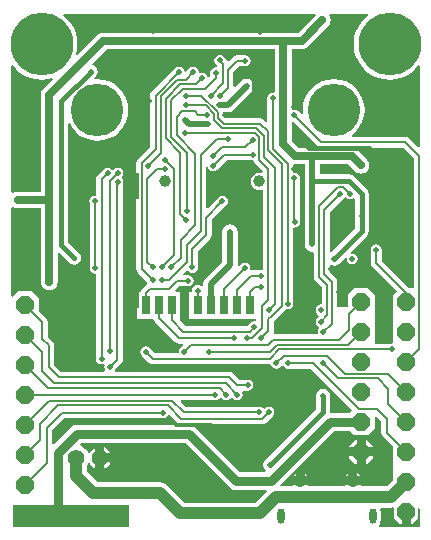
<source format=gbl>
G04*
G04 #@! TF.GenerationSoftware,Altium Limited,Altium Designer,19.1.8 (144)*
G04*
G04 Layer_Physical_Order=2*
G04 Layer_Color=16711680*
%FSLAX25Y25*%
%MOIN*%
G70*
G01*
G75*
%ADD10C,0.00600*%
%ADD77C,0.02000*%
%ADD78C,0.01500*%
%ADD79C,0.03000*%
%ADD80C,0.01200*%
%ADD81C,0.01000*%
%ADD82C,0.02500*%
%ADD86O,0.02362X0.05118*%
%ADD87O,0.03347X0.04134*%
%ADD88P,0.06494X8X22.5*%
%ADD89C,0.05600*%
%ADD90C,0.17500*%
%ADD91C,0.20866*%
%ADD92C,0.02000*%
%ADD93C,0.03937*%
%ADD94R,0.06299X0.05512*%
%ADD95R,0.04724X0.08661*%
%ADD96R,0.02756X0.06299*%
%ADD97R,0.04724X0.05512*%
%ADD98C,0.04000*%
%ADD99R,0.38700X0.07200*%
G36*
X103347Y172569D02*
X97551Y166774D01*
X32500D01*
X31782Y166679D01*
X31113Y166402D01*
X30539Y165961D01*
X23905Y159327D01*
X23451Y159581D01*
X23823Y161127D01*
X23970Y163000D01*
X23823Y164873D01*
X23384Y166699D01*
X22665Y168434D01*
X21684Y170036D01*
X20464Y171464D01*
X19170Y172569D01*
X19345Y173069D01*
X103139D01*
X103347Y172569D01*
D02*
G37*
G36*
X89826Y147201D02*
X89326Y146790D01*
X89100Y146835D01*
X88398Y146696D01*
X87802Y146298D01*
X87404Y145702D01*
X87265Y145000D01*
Y137184D01*
X86803Y136993D01*
X86098Y137698D01*
X85502Y138096D01*
X84800Y138235D01*
X73460D01*
X72635Y139060D01*
Y140151D01*
X74135D01*
X75111Y140345D01*
X75937Y140898D01*
X82137Y147098D01*
X82690Y147924D01*
X82884Y148900D01*
X82690Y149875D01*
X82137Y150702D01*
X81310Y151255D01*
X80335Y151449D01*
X79360Y151255D01*
X78533Y150702D01*
X76435Y148605D01*
X75935Y148812D01*
Y153540D01*
X77910Y155515D01*
X79878D01*
X80581Y155655D01*
X81176Y156052D01*
X81574Y156648D01*
X81713Y157350D01*
X81574Y158053D01*
X81176Y158648D01*
X80581Y159046D01*
X79878Y159186D01*
X77150D01*
X76448Y159046D01*
X75853Y158648D01*
X74530Y157325D01*
X74032Y157374D01*
X73898Y157576D01*
X72676Y158798D01*
X72080Y159196D01*
X71378Y159335D01*
X70676Y159196D01*
X70080Y158798D01*
X69682Y158202D01*
X69543Y157500D01*
X69682Y156798D01*
X70080Y156202D01*
X70448Y155834D01*
X70417Y155637D01*
X70000Y155235D01*
X69298Y155096D01*
X68702Y154698D01*
X68304Y154102D01*
X68165Y153400D01*
Y152292D01*
X67748Y151875D01*
X67205Y152040D01*
X67168Y152230D01*
X66770Y152826D01*
X66174Y153224D01*
X65472Y153363D01*
X64770Y153224D01*
X64320Y153525D01*
X64335Y153600D01*
X64196Y154302D01*
X63798Y154898D01*
X63202Y155296D01*
X62500Y155435D01*
X61798Y155296D01*
X61202Y154898D01*
X60105Y153801D01*
X59563Y153965D01*
X59496Y154302D01*
X59098Y154898D01*
X58502Y155296D01*
X57800Y155435D01*
X57098Y155296D01*
X56502Y154898D01*
X48702Y147098D01*
X48304Y146502D01*
X48165Y145800D01*
Y128660D01*
X44102Y124598D01*
X43704Y124002D01*
X43565Y123300D01*
Y87900D01*
X43704Y87198D01*
X44102Y86602D01*
X47216Y83489D01*
X47232Y83387D01*
X47120Y82877D01*
X46702Y82598D01*
X45415Y81310D01*
X45017Y80715D01*
X44968Y80468D01*
X43835D01*
Y71169D01*
X49285D01*
X49348Y70854D01*
X49746Y70259D01*
X56402Y63602D01*
X56998Y63204D01*
X57700Y63065D01*
X59016D01*
X59207Y62603D01*
X58302Y61698D01*
X57904Y61102D01*
X57765Y60400D01*
X57800Y60222D01*
X57483Y59835D01*
X49960D01*
X48098Y61698D01*
X47502Y62096D01*
X46800Y62235D01*
X46098Y62096D01*
X45502Y61698D01*
X45104Y61102D01*
X44965Y60400D01*
X45104Y59698D01*
X45502Y59102D01*
X47902Y56702D01*
X48498Y56304D01*
X49200Y56165D01*
X88000D01*
X88146Y56194D01*
X88604Y55898D01*
X89002Y55302D01*
X89597Y54904D01*
X90300Y54765D01*
X91002Y54904D01*
X91597Y55302D01*
X92076Y55781D01*
X92221Y55806D01*
X92683Y55680D01*
X93002Y55202D01*
X93598Y54804D01*
X94300Y54665D01*
X101840D01*
X115627Y40877D01*
X114776Y40026D01*
X108630D01*
X108225Y40374D01*
X108194Y40516D01*
Y45800D01*
X108019Y46678D01*
X107522Y47422D01*
X106778Y47919D01*
X105900Y48094D01*
X105022Y47919D01*
X104278Y47422D01*
X103780Y46678D01*
X103606Y45800D01*
Y41350D01*
X86478Y24222D01*
X85981Y23478D01*
X85806Y22600D01*
X85981Y21722D01*
X86478Y20978D01*
X86705Y20826D01*
X86554Y20326D01*
X78053D01*
X63340Y35040D01*
X62713Y35520D01*
X62365Y35665D01*
X62464Y36165D01*
X85502D01*
X86204Y36304D01*
X86799Y36702D01*
X89014Y38917D01*
X89412Y39513D01*
X89552Y40215D01*
X89412Y40917D01*
X89014Y41513D01*
X88419Y41910D01*
X87717Y42050D01*
X87014Y41910D01*
X86419Y41513D01*
X86374Y41468D01*
X85922Y41513D01*
X85326Y41910D01*
X84624Y42050D01*
X60096D01*
X58444Y43703D01*
X58635Y44165D01*
X69800D01*
X70502Y44304D01*
X71098Y44702D01*
X71198Y44802D01*
X71344Y45020D01*
X71987Y45084D01*
X72269Y44802D01*
X72864Y44404D01*
X73567Y44265D01*
X74269Y44404D01*
X74864Y44802D01*
X75010Y45020D01*
X75654Y45084D01*
X75936Y44802D01*
X76531Y44404D01*
X77233Y44265D01*
X77936Y44404D01*
X78531Y44802D01*
X78929Y45398D01*
X79069Y46100D01*
X78929Y46802D01*
X78820Y46965D01*
X79088Y47465D01*
X80800D01*
X81502Y47604D01*
X82098Y48002D01*
X82496Y48598D01*
X82635Y49300D01*
X82496Y50002D01*
X82098Y50598D01*
X81502Y50996D01*
X80800Y51135D01*
X77960D01*
X75898Y53198D01*
X75302Y53596D01*
X74600Y53735D01*
X36538D01*
X36331Y54235D01*
X38598Y56502D01*
X38996Y57098D01*
X39135Y57800D01*
Y116397D01*
X39235Y116900D01*
X39096Y117602D01*
X38698Y118198D01*
X38662Y118566D01*
X38698Y118602D01*
X39096Y119198D01*
X39235Y119900D01*
X39096Y120602D01*
X38698Y121198D01*
X38102Y121596D01*
X37400Y121735D01*
X36698Y121596D01*
X36102Y121198D01*
X35899Y120994D01*
X35401Y121043D01*
X35298Y121198D01*
X34702Y121596D01*
X34000Y121735D01*
X33298Y121596D01*
X32702Y121198D01*
X30702Y119198D01*
X30304Y118602D01*
X30165Y117900D01*
Y112737D01*
X29778Y112420D01*
X29700Y112435D01*
X28998Y112296D01*
X28402Y111898D01*
X28004Y111302D01*
X27865Y110600D01*
X28004Y109898D01*
X28065Y109807D01*
Y88200D01*
X28204Y87498D01*
X28602Y86902D01*
X29198Y86504D01*
X29900Y86365D01*
X30165Y86147D01*
Y58000D01*
X30304Y57298D01*
X30702Y56702D01*
X31298Y56304D01*
X32000Y56165D01*
X32667Y56297D01*
X32768Y56219D01*
X33008Y55907D01*
X33004Y55902D01*
X32865Y55200D01*
X33004Y54498D01*
X33180Y54235D01*
X32912Y53735D01*
X18460D01*
X16235Y55960D01*
Y62500D01*
X16096Y63202D01*
X15698Y63798D01*
X14035Y65460D01*
Y70300D01*
X13896Y71002D01*
X13498Y71598D01*
X11000Y74095D01*
Y78250D01*
X8750Y80500D01*
X4250D01*
X2431Y78681D01*
X1931Y78888D01*
Y108470D01*
X2431Y108717D01*
X2601Y108586D01*
X3270Y108309D01*
X3988Y108214D01*
X11826D01*
Y83600D01*
X11921Y82882D01*
X12198Y82213D01*
X12639Y81639D01*
X13213Y81198D01*
X13882Y80921D01*
X14600Y80826D01*
X15318Y80921D01*
X15987Y81198D01*
X16561Y81639D01*
X17002Y82213D01*
X17279Y82882D01*
X17374Y83600D01*
Y93329D01*
X17836Y93520D01*
X21278Y90078D01*
X22022Y89581D01*
X22900Y89406D01*
X23778Y89581D01*
X24522Y90078D01*
X25019Y90822D01*
X25194Y91700D01*
X25019Y92578D01*
X24522Y93322D01*
X20894Y96950D01*
Y136410D01*
X21394Y136535D01*
X22066Y135278D01*
X23347Y133717D01*
X24908Y132436D01*
X26689Y131484D01*
X28621Y130898D01*
X30630Y130700D01*
X32639Y130898D01*
X34571Y131484D01*
X36352Y132436D01*
X37913Y133717D01*
X39194Y135278D01*
X40146Y137058D01*
X40732Y138991D01*
X40930Y141000D01*
X40732Y143009D01*
X40146Y144941D01*
X39194Y146722D01*
X37913Y148283D01*
X36352Y149564D01*
X34571Y150516D01*
X32639Y151102D01*
X30630Y151300D01*
X29831Y151221D01*
X29617Y151673D01*
X30122Y152178D01*
X30619Y152922D01*
X30794Y153800D01*
X30619Y154678D01*
X30122Y155422D01*
X29378Y155920D01*
X29034Y155988D01*
X28889Y156466D01*
X33649Y161226D01*
X89826D01*
Y147201D01*
D02*
G37*
G36*
X120830Y172569D02*
X119536Y171464D01*
X118316Y170036D01*
X117335Y168434D01*
X116616Y166699D01*
X116177Y164873D01*
X116030Y163000D01*
X116177Y161127D01*
X116616Y159301D01*
X117335Y157566D01*
X118316Y155964D01*
X119536Y154536D01*
X120964Y153316D01*
X122566Y152335D01*
X124301Y151616D01*
X126128Y151177D01*
X128000Y151030D01*
X129873Y151177D01*
X131699Y151616D01*
X133434Y152335D01*
X135036Y153316D01*
X136464Y154536D01*
X137569Y155830D01*
X138069Y155655D01*
Y128779D01*
X137607Y128588D01*
X134598Y131598D01*
X134002Y131996D01*
X133300Y132135D01*
X115514D01*
X115335Y132635D01*
X116653Y133717D01*
X117934Y135278D01*
X118886Y137058D01*
X119472Y138991D01*
X119670Y141000D01*
X119472Y143009D01*
X118886Y144941D01*
X117934Y146722D01*
X116653Y148283D01*
X115092Y149564D01*
X113312Y150516D01*
X111379Y151102D01*
X109370Y151300D01*
X107361Y151102D01*
X105429Y150516D01*
X103648Y149564D01*
X102087Y148283D01*
X100806Y146722D01*
X99854Y144941D01*
X99268Y143009D01*
X99070Y141000D01*
X99198Y139705D01*
X98718Y139478D01*
X97598Y140598D01*
X97002Y140996D01*
X96300Y141135D01*
X95874Y141051D01*
X95477Y141286D01*
X95374Y141402D01*
Y161226D01*
X98700D01*
X99418Y161321D01*
X100087Y161598D01*
X100661Y162039D01*
X107567Y168944D01*
X108008Y169519D01*
X108285Y170188D01*
X108379Y170905D01*
X108285Y171623D01*
X108008Y172292D01*
X107795Y172569D01*
X108042Y173069D01*
X120655D01*
X120830Y172569D01*
D02*
G37*
G36*
X104002Y129002D02*
X104195Y128873D01*
X104043Y128373D01*
X97645D01*
X95374Y130645D01*
Y136978D01*
X95836Y137169D01*
X104002Y129002D01*
D02*
G37*
G36*
X82758Y123832D02*
X82804Y123598D01*
X83202Y123002D01*
X85658Y120547D01*
X85632Y120161D01*
X85508Y120066D01*
X85186Y119860D01*
X84508Y119949D01*
X83785Y119854D01*
X83112Y119575D01*
X82533Y119131D01*
X82090Y118553D01*
X81811Y117879D01*
X81716Y117157D01*
X81811Y116434D01*
X82090Y115761D01*
X82533Y115182D01*
X83112Y114738D01*
X83785Y114460D01*
X84508Y114364D01*
X85231Y114460D01*
X85325Y114499D01*
X85741Y114221D01*
Y87802D01*
X85355Y87485D01*
X85100Y87535D01*
X81993D01*
X81937Y87557D01*
X81596Y87954D01*
X81580Y88021D01*
X81635Y88300D01*
X81496Y89002D01*
X81098Y89598D01*
X80502Y89996D01*
X79800Y90135D01*
X79098Y89996D01*
X78502Y89598D01*
X77773Y88868D01*
X77312Y89115D01*
X77349Y89300D01*
Y100400D01*
X77155Y101375D01*
X76602Y102202D01*
X75775Y102755D01*
X74800Y102949D01*
X73825Y102755D01*
X72998Y102202D01*
X72445Y101375D01*
X72251Y100400D01*
Y90356D01*
X66564Y84668D01*
X66011Y83842D01*
X65817Y82866D01*
Y82320D01*
X65317Y82169D01*
X65298Y82198D01*
X64702Y82596D01*
X64000Y82735D01*
X63298Y82596D01*
X62702Y82198D01*
X62304Y81602D01*
X62165Y80900D01*
Y80468D01*
X61157D01*
Y71169D01*
X83367D01*
X83462Y70886D01*
X83068Y70502D01*
X82900Y70535D01*
X82198Y70396D01*
X81602Y69998D01*
X81293Y69535D01*
X80627Y68869D01*
X60027D01*
X58098Y70797D01*
X58252Y71169D01*
X58252D01*
Y80468D01*
X56816D01*
X56625Y80930D01*
X57960Y82265D01*
X60900D01*
X61602Y82404D01*
X62198Y82802D01*
X62596Y83398D01*
X62735Y84100D01*
X62596Y84802D01*
X62198Y85398D01*
X61602Y85796D01*
X60900Y85935D01*
X59484D01*
X59293Y86397D01*
X60361Y87466D01*
X60859Y87417D01*
X61002Y87202D01*
X61598Y86804D01*
X62300Y86665D01*
X63002Y86804D01*
X63598Y87202D01*
X63996Y87798D01*
X64135Y88500D01*
Y93940D01*
X68198Y98002D01*
X68596Y98598D01*
X68735Y99300D01*
Y104340D01*
X73598Y109202D01*
X73996Y109798D01*
X74135Y110500D01*
X73996Y111202D01*
X73598Y111798D01*
X73002Y112196D01*
X72300Y112335D01*
X71598Y112196D01*
X71002Y111798D01*
X67397Y108193D01*
X66935Y108384D01*
Y121996D01*
X67435Y122046D01*
X67504Y121698D01*
X67902Y121102D01*
X68498Y120704D01*
X69200Y120565D01*
X69902Y120704D01*
X70498Y121102D01*
X73660Y124265D01*
X82400D01*
X82758Y123832D01*
D02*
G37*
G36*
X136065Y124940D02*
Y81630D01*
X135750Y81500D01*
X134596D01*
X125335Y90760D01*
Y94400D01*
X125196Y95102D01*
X124798Y95698D01*
X124202Y96096D01*
X123500Y96235D01*
X122798Y96096D01*
X122202Y95698D01*
X121804Y95102D01*
X121665Y94400D01*
Y90000D01*
X121804Y89298D01*
X122202Y88702D01*
X130327Y80577D01*
X129000Y79250D01*
Y74750D01*
Y69250D01*
Y63481D01*
X128800Y63035D01*
X123000D01*
Y74750D01*
Y79250D01*
X120750Y81500D01*
X116250D01*
X114000Y79250D01*
Y75300D01*
X110561D01*
Y83774D01*
X110422Y84476D01*
X110024Y85072D01*
X108135Y86960D01*
Y89142D01*
X108576Y89378D01*
X108722Y89281D01*
X109600Y89106D01*
X110478Y89281D01*
X111222Y89778D01*
X113344Y91900D01*
X113805Y91653D01*
X113740Y91325D01*
X113879Y90623D01*
X114277Y90027D01*
X114873Y89630D01*
X115575Y89490D01*
X116277Y89630D01*
X116873Y90027D01*
X117270Y90623D01*
X117410Y91325D01*
X117270Y92027D01*
X116873Y92623D01*
X116277Y93021D01*
X115575Y93160D01*
X115247Y93095D01*
X115000Y93556D01*
X120347Y98902D01*
X120844Y99647D01*
X121019Y100524D01*
Y105476D01*
Y113076D01*
X120844Y113953D01*
X120347Y114698D01*
X116222Y118822D01*
X115478Y119319D01*
X114600Y119494D01*
X104749D01*
Y122826D01*
X114251D01*
X116539Y120539D01*
X117113Y120098D01*
X117782Y119821D01*
X118500Y119726D01*
X119218Y119821D01*
X119887Y120098D01*
X120461Y120539D01*
X120902Y121113D01*
X121179Y121782D01*
X121274Y122500D01*
X121179Y123218D01*
X120902Y123887D01*
X120461Y124461D01*
X117362Y127561D01*
X116835Y127965D01*
X116838Y128127D01*
X116976Y128465D01*
X132540D01*
X136065Y124940D01*
D02*
G37*
G36*
X3536Y154536D02*
X4964Y153316D01*
X6566Y152335D01*
X8301Y151616D01*
X10127Y151177D01*
X12000Y151030D01*
X13872Y151177D01*
X15419Y151549D01*
X15673Y151095D01*
X12639Y148061D01*
X12198Y147487D01*
X11921Y146818D01*
X11826Y146100D01*
Y113762D01*
X3988D01*
X3270Y113667D01*
X2601Y113390D01*
X2431Y113259D01*
X1931Y113506D01*
Y155655D01*
X2431Y155830D01*
X3536Y154536D01*
D02*
G37*
G36*
X113502Y111702D02*
X114098Y111304D01*
X114800Y111165D01*
X115502Y111304D01*
X115930Y111590D01*
X116430Y111369D01*
Y105476D01*
Y101475D01*
X108597Y93642D01*
X108135Y93833D01*
Y106990D01*
X112873Y111727D01*
X112896Y111762D01*
X113393Y111811D01*
X113502Y111702D01*
D02*
G37*
G36*
X96496Y122826D02*
X99651D01*
Y116700D01*
Y96300D01*
X99845Y95324D01*
X100398Y94498D01*
X101225Y93945D01*
X102200Y93751D01*
X102378Y93787D01*
X102765Y93469D01*
Y85400D01*
X102904Y84698D01*
X103302Y84102D01*
X105465Y81940D01*
Y76430D01*
X105157Y76178D01*
X104455Y76038D01*
X103860Y75640D01*
X103462Y75045D01*
X103322Y74343D01*
X103462Y73640D01*
X103860Y73045D01*
X104269Y72771D01*
X104393Y72188D01*
X103902Y71698D01*
X103504Y71102D01*
X103365Y70400D01*
X103504Y69698D01*
X103902Y69102D01*
X104440Y68743D01*
X104538Y68533D01*
X104615Y68210D01*
X104602Y68198D01*
X104204Y67602D01*
X104065Y66900D01*
X104097Y66735D01*
X103687Y66235D01*
X89601D01*
X89567Y66261D01*
X89333Y66735D01*
X89334Y66736D01*
X89473Y67438D01*
Y70502D01*
X90105Y71133D01*
X90118Y71153D01*
X93298Y74332D01*
X93476Y74600D01*
X94100Y74476D01*
X94802Y74616D01*
X95398Y75013D01*
X95796Y75609D01*
X95935Y76311D01*
Y101665D01*
X96062Y101770D01*
X96400Y101965D01*
X97102Y102104D01*
X97698Y102502D01*
X98096Y103098D01*
X98235Y103800D01*
X98135Y104303D01*
Y118300D01*
X97996Y119002D01*
X97598Y119598D01*
X97002Y119996D01*
X96300Y120135D01*
X95935Y120435D01*
Y122521D01*
X96311Y122850D01*
X96496Y122826D01*
D02*
G37*
G36*
X125265Y37240D02*
Y33400D01*
X125404Y32698D01*
X125802Y32102D01*
X129000Y28905D01*
Y24750D01*
Y19250D01*
Y17492D01*
X127038Y15530D01*
X118568D01*
X118328Y15890D01*
X113153D01*
X112912Y15530D01*
X101087D01*
X100847Y15890D01*
X98260D01*
X95672D01*
X95432Y15530D01*
X91763D01*
X91571Y15992D01*
X109553Y33974D01*
X114776D01*
X116250Y32500D01*
X120750D01*
X123000Y34750D01*
Y38797D01*
X123500Y39005D01*
X125265Y37240D01*
D02*
G37*
G36*
X57302Y36702D02*
X57716Y36426D01*
X57564Y35926D01*
X23700D01*
X22917Y35823D01*
X22187Y35520D01*
X21560Y35040D01*
X21560Y35040D01*
X15997Y29476D01*
X15535Y29668D01*
Y34340D01*
X19460Y38265D01*
X52500D01*
X53202Y38404D01*
X53798Y38802D01*
X54077Y39220D01*
X54657Y39348D01*
X57302Y36702D01*
D02*
G37*
G36*
X74660Y15160D02*
X75287Y14680D01*
X76017Y14377D01*
X76800Y14274D01*
X86928D01*
X87120Y13812D01*
X83397Y10089D01*
X59762D01*
X54055Y15796D01*
X53324Y16357D01*
X52473Y16710D01*
X51559Y16830D01*
X30662D01*
X27093Y20399D01*
Y22537D01*
X27319Y22831D01*
X27500Y23268D01*
X28041D01*
X28118Y23084D01*
X28727Y22290D01*
X29521Y21681D01*
X29937Y21508D01*
Y25000D01*
Y28492D01*
X29521Y28319D01*
X28727Y27710D01*
X28118Y26916D01*
X28041Y26732D01*
X27500D01*
X27319Y27169D01*
X26630Y28067D01*
X25732Y28756D01*
X25032Y29046D01*
X24894Y29566D01*
X25144Y29874D01*
X59947D01*
X74660Y15160D01*
D02*
G37*
G36*
X129500Y8106D02*
Y5000D01*
X131500Y3000D01*
X132000D01*
Y7000D01*
X135000D01*
Y3000D01*
X135500D01*
X137500Y5000D01*
Y8111D01*
X137569Y8157D01*
X138069Y7890D01*
Y1931D01*
X124551D01*
X124356Y2431D01*
X124677Y2848D01*
X124947Y3501D01*
X125039Y4200D01*
Y6956D01*
X124947Y7656D01*
X124817Y7970D01*
X125151Y8470D01*
X128500D01*
X129000Y8536D01*
X129500Y8106D01*
D02*
G37*
%LPC*%
G36*
X120500Y31000D02*
X120000D01*
Y28500D01*
X122500D01*
Y29000D01*
X120500Y31000D01*
D02*
G37*
G36*
X117000D02*
X116500D01*
X114500Y29000D01*
Y28500D01*
X117000D01*
Y31000D01*
D02*
G37*
G36*
X122500Y25500D02*
X120000D01*
Y23000D01*
X120500D01*
X122500Y25000D01*
Y25500D01*
D02*
G37*
G36*
X117000D02*
X114500D01*
Y25000D01*
X116500Y23000D01*
X117000D01*
Y25500D01*
D02*
G37*
G36*
X99760Y20002D02*
Y18890D01*
X100695D01*
X100595Y19131D01*
X100166Y19690D01*
X99760Y20002D01*
D02*
G37*
G36*
X117240Y20002D02*
Y18890D01*
X118175D01*
X118075Y19131D01*
X117647Y19690D01*
X117240Y20002D01*
D02*
G37*
G36*
X114240D02*
X113834Y19690D01*
X113405Y19131D01*
X113305Y18890D01*
X114240D01*
Y20002D01*
D02*
G37*
G36*
X96760Y20002D02*
X96353Y19690D01*
X95925Y19131D01*
X95825Y18890D01*
X96760D01*
Y20002D01*
D02*
G37*
G36*
X32937Y28492D02*
Y26500D01*
X34929D01*
X34756Y26916D01*
X34147Y27710D01*
X33353Y28319D01*
X32937Y28492D01*
D02*
G37*
G36*
X34929Y23500D02*
X32937D01*
Y21508D01*
X33353Y21681D01*
X34147Y22290D01*
X34756Y23084D01*
X34929Y23500D01*
D02*
G37*
%LPD*%
D10*
X79800Y128500D02*
X82400Y131100D01*
X72100Y128500D02*
X79800D01*
X69200Y125600D02*
X72100Y128500D01*
X69200Y122400D02*
X72900Y126100D01*
X82400D01*
X137900Y61400D02*
Y125700D01*
X105300Y130300D02*
X133300D01*
X137900Y125700D01*
X46800Y60400D02*
X49200Y58000D01*
X88000D01*
X60500Y96000D02*
X65100Y100600D01*
X60500Y90200D02*
Y96000D01*
X54500Y84200D02*
X60500Y90200D01*
X87361Y127500D02*
Y133839D01*
X84800Y136400D02*
X87361Y133839D01*
X72700Y136400D02*
X84800D01*
X86161Y125245D02*
Y132439D01*
X83500Y135100D02*
X86161Y132439D01*
X72303Y135100D02*
X83500D01*
X69600Y137803D02*
X72303Y135100D01*
X70800Y138300D02*
X72700Y136400D01*
X45400Y87900D02*
Y123300D01*
Y87900D02*
X49100Y84200D01*
X47200Y118000D02*
X50600Y121400D01*
X53300D01*
X47200Y90400D02*
Y118000D01*
Y90400D02*
X49100Y88500D01*
X58400Y97700D02*
X63300Y102600D01*
X58400Y91600D02*
Y97700D01*
X55300Y88500D02*
X58400Y91600D01*
X53300Y124400D02*
X56300Y121400D01*
Y92600D02*
Y121400D01*
X52200Y88500D02*
X56300Y92600D01*
X53500Y131500D02*
X58300Y126700D01*
Y106300D02*
Y126700D01*
Y106300D02*
X60300Y104300D01*
X53500Y131500D02*
Y144800D01*
X55300Y131900D02*
Y144200D01*
Y131900D02*
X60400Y126800D01*
Y107300D02*
Y126800D01*
X57000Y132500D02*
Y138700D01*
Y132500D02*
X63300Y126200D01*
X70450Y131200D02*
X74300D01*
X65100Y125850D02*
X70450Y131200D01*
X65100Y100600D02*
Y125850D01*
X96300Y103800D02*
Y118300D01*
X66900Y105100D02*
X72300Y110500D01*
X66900Y99300D02*
Y105100D01*
X57200Y84100D02*
X60900D01*
X54400Y81300D02*
X57200Y84100D01*
X62300Y94700D02*
X66900Y99300D01*
X62300Y88500D02*
Y94700D01*
X63300Y102600D02*
Y126200D01*
X48000Y81300D02*
X54400D01*
X70800Y138300D02*
Y140183D01*
X65234Y145749D02*
X70800Y140183D01*
X60000Y145749D02*
X65234D01*
X66686Y142600D02*
X69600Y139686D01*
X60000Y142600D02*
X66686D01*
X69600Y137803D02*
Y139686D01*
X96300Y139300D02*
X105300Y130300D01*
X87576Y77476D02*
Y121224D01*
X85600Y75500D02*
X87576Y77476D01*
X85600Y68430D02*
Y75500D01*
X89700Y76300D02*
Y121706D01*
X87700Y74300D02*
X89700Y76300D01*
X86161Y125245D02*
X89700Y121706D01*
X87361Y127500D02*
X92000Y122861D01*
Y75630D02*
Y122861D01*
X88807Y72438D02*
X92000Y75630D01*
X87638Y71262D02*
X88807Y72431D01*
Y72438D01*
X94100Y76311D02*
Y123000D01*
X89100Y128000D02*
X94100Y123000D01*
X84500Y124300D02*
X87576Y121224D01*
X59900Y133421D02*
X59954Y133367D01*
X89100Y128000D02*
Y145000D01*
X84500Y124300D02*
Y131970D01*
X85300Y65100D02*
X87638Y67438D01*
Y71262D01*
X80500Y64900D02*
X82059D01*
X83770Y66600D02*
X85600Y68430D01*
X83759Y66600D02*
X83770D01*
X82059Y64900D02*
X83759Y66600D01*
X83049Y133421D02*
X84500Y131970D01*
X59900Y133421D02*
X83049D01*
X59267Y67033D02*
X81387D01*
X82900Y68546D01*
Y68700D01*
X87434Y62534D02*
X89300Y64400D01*
X61734Y62534D02*
X87434D01*
X59600Y60400D02*
X61734Y62534D01*
X83000Y81900D02*
X85000D01*
X89300Y64400D02*
X111000D01*
X66900Y139400D02*
X67100Y139200D01*
X64175Y139400D02*
X66900D01*
X72600Y150000D02*
Y156278D01*
X68400Y145800D02*
X72600Y150000D01*
X74100Y148400D02*
Y154300D01*
X71424Y145724D02*
X74100Y148400D01*
X58800Y140500D02*
X63075D01*
X64175Y139400D01*
X57000Y138700D02*
X58800Y140500D01*
X55300Y144200D02*
X59200Y148100D01*
X53500Y144800D02*
X58300Y149600D01*
X77150Y157350D02*
X79878D01*
X74100Y154300D02*
X77150Y157350D01*
X71378Y157500D02*
X72600Y156278D01*
X70000Y151532D02*
Y153400D01*
X66568Y148100D02*
X70000Y151532D01*
X59200Y148100D02*
X66568D01*
X52200Y84200D02*
X54500D01*
X58300Y149600D02*
X63544D01*
X65472Y151528D01*
X51800Y145700D02*
X57200Y151100D01*
X51800Y126500D02*
Y145700D01*
X60000Y151100D02*
X62500Y153600D01*
X57200Y151100D02*
X60000D01*
X50000Y145800D02*
X57800Y153600D01*
X50000Y127900D02*
Y145800D01*
X90600Y62700D02*
X114200D01*
X88300Y60400D02*
X90600Y62700D01*
X67900Y60400D02*
X88300D01*
X45400Y123300D02*
X50000Y127900D01*
X47600Y122300D02*
X51800Y126500D01*
X81700Y85700D02*
X85100D01*
X77028Y81028D02*
X81700Y85700D01*
X77028Y75818D02*
Y81028D01*
X72697Y81197D02*
X79800Y88300D01*
X81358Y80258D02*
X83000Y81900D01*
X81358Y75818D02*
Y80258D01*
X111000Y64400D02*
X114400Y67800D01*
X114200Y62700D02*
X118500Y67000D01*
X110700Y115200D02*
X112600D01*
X104600Y109100D02*
X110700Y115200D01*
X104600Y85400D02*
Y109100D01*
X112600Y115200D02*
X114800Y113000D01*
X107300Y72500D02*
Y82700D01*
X104600Y85400D02*
X107300Y82700D01*
X106300Y107750D02*
X111575Y113025D01*
X106300Y86200D02*
Y107750D01*
Y86200D02*
X108726Y83774D01*
X105200Y70400D02*
X107300Y72500D01*
X108726Y69726D02*
Y83774D01*
X105900Y66900D02*
X108726Y69726D01*
X91200Y61200D02*
X128800D01*
X88000Y58000D02*
X91200Y61200D01*
X92700Y59000D02*
X107000D01*
X90300Y56600D02*
X92700Y59000D01*
X18700Y40100D02*
X52500D01*
X114400Y67800D02*
Y72900D01*
X118500Y77000D01*
X117700Y41400D02*
X123700D01*
X102600Y56500D02*
X117700Y41400D01*
X94300Y56500D02*
X102600D01*
X127600Y42900D02*
Y48100D01*
X124200Y51500D02*
X127600Y48100D01*
X110800Y51500D02*
X124200D01*
X105700Y56600D02*
X110800Y51500D01*
X127600Y52900D02*
X133500Y47000D01*
X113100Y52900D02*
X127600D01*
X107000Y59000D02*
X113100Y52900D01*
X64000Y75854D02*
Y80805D01*
Y80900D01*
X46713Y80013D02*
X48000Y81300D01*
X46713Y75818D02*
Y80013D01*
X64000Y75854D02*
X64035Y75818D01*
X55374Y70926D02*
X59267Y67033D01*
X55374Y70926D02*
Y75818D01*
X57700Y64900D02*
X76100D01*
X51043Y71557D02*
X57700Y64900D01*
X51043Y71557D02*
Y75818D01*
X72697D02*
Y81197D01*
X13700Y35100D02*
X18700Y40100D01*
X13700Y23200D02*
Y35100D01*
X6500Y16000D02*
X13700Y23200D01*
X6500Y26000D02*
X11500Y31000D01*
Y36400D01*
X17600Y42500D01*
X17700Y51900D02*
X74600D01*
X12200Y64700D02*
X14400Y62500D01*
Y55200D02*
X17700Y51900D01*
X14400Y55200D02*
Y62500D01*
X6500Y66000D02*
X12200Y60300D01*
Y54100D02*
X16300Y50000D01*
X12200Y54100D02*
Y60300D01*
X37300Y57800D02*
Y116800D01*
X34700Y55200D02*
X37300Y57800D01*
X74600Y51900D02*
X77200Y49300D01*
X73333Y50000D02*
X77233Y46100D01*
X16300Y50000D02*
X73333D01*
X71467Y48200D02*
X73567Y46100D01*
X14300Y48200D02*
X71467D01*
X6500Y56000D02*
X14300Y48200D01*
X77200Y49300D02*
X80800D01*
X6500Y46000D02*
X69800D01*
X69900Y46100D01*
X14551Y44051D02*
X55500D01*
X59336Y40215D01*
X84624D01*
X17600Y42500D02*
X54100D01*
X58600Y38000D01*
X37300Y116800D02*
X37400Y116900D01*
X85502Y38000D02*
X87717Y40215D01*
X58600Y38000D02*
X85502D01*
X6500Y36000D02*
X14551Y44051D01*
X29900Y88200D02*
Y110400D01*
X29700Y110600D02*
X29900Y110400D01*
X34764Y117264D02*
X37400Y119900D01*
X34764Y60563D02*
Y117264D01*
X133500Y57000D02*
X137900Y61400D01*
X127100Y33400D02*
Y38000D01*
Y33400D02*
X133500Y27000D01*
X123700Y41400D02*
X127100Y38000D01*
X127600Y42900D02*
X133500Y37000D01*
X123500Y90000D02*
Y94400D01*
Y90000D02*
X133500Y80000D01*
Y77000D02*
Y80000D01*
X12200Y64700D02*
Y70300D01*
X6500Y76000D02*
X12200Y70300D01*
X32000Y117900D02*
X34000Y119900D01*
X32000Y58000D02*
Y117900D01*
D77*
X102200Y116700D02*
Y125500D01*
Y96300D02*
Y116700D01*
X102100Y125600D02*
X102200Y125500D01*
X71400Y142700D02*
X74135D01*
X61200Y136400D02*
X67400D01*
X74135Y142700D02*
X80335Y148900D01*
X59900Y137700D02*
X61200Y136400D01*
X68366Y82866D02*
X74800Y89300D01*
Y100400D01*
X68366Y75818D02*
Y82866D01*
D78*
X101100Y128200D02*
X121088D01*
X98500Y130800D02*
X101100Y128200D01*
X121088D02*
X121095D01*
X130437Y118858D01*
X118724Y100524D02*
Y105476D01*
X109600Y91400D02*
X118724Y100524D01*
X59705Y75818D02*
Y80805D01*
X102200Y116700D02*
X102700Y117200D01*
X114600D01*
X118724Y113076D01*
Y105476D02*
Y113076D01*
X88100Y22600D02*
X105900Y40400D01*
Y45800D01*
X18600Y96000D02*
Y143900D01*
Y96000D02*
X22900Y91700D01*
X18600Y143900D02*
X28500Y153800D01*
D79*
X88600Y17300D02*
X108300Y37000D01*
X23700Y32900D02*
X61200D01*
X17500Y7800D02*
X18400Y6900D01*
X17500Y7800D02*
Y26700D01*
X23700Y32900D01*
X61200D02*
X76800Y17300D01*
X88600D01*
X108300Y37000D02*
X118500D01*
D80*
X68574Y35926D02*
X75449Y29051D01*
X56974Y35926D02*
X68574D01*
X73200Y139400D02*
X75600D01*
X82800Y146600D02*
Y154800D01*
X75600Y139400D02*
X82800Y146600D01*
X40631Y37331D02*
X55569D01*
X40500Y37200D02*
X40631Y37331D01*
X55569D02*
X56974Y35926D01*
D81*
X121088Y128200D02*
X130437Y118851D01*
D82*
X96496Y125600D02*
X102100D01*
X32500Y164000D02*
X92600D01*
X102100Y125600D02*
X115400D01*
X92600Y129496D02*
X96496Y125600D01*
X92600Y129496D02*
Y164000D01*
X98700D01*
X14600Y146100D02*
X32500Y164000D01*
X98700D02*
X105605Y170905D01*
X115400Y125600D02*
X118500Y122500D01*
X3988Y110988D02*
X14600D01*
Y146100D01*
Y83600D02*
Y110988D01*
D86*
X122335Y5579D02*
D03*
X91665D02*
D03*
D87*
X115740Y17390D02*
D03*
X98260D02*
D03*
D88*
X133500Y7000D02*
D03*
Y17000D02*
D03*
Y27000D02*
D03*
Y37000D02*
D03*
Y47000D02*
D03*
Y57000D02*
D03*
Y67000D02*
D03*
Y77000D02*
D03*
X118500D02*
D03*
Y67000D02*
D03*
Y57000D02*
D03*
Y47000D02*
D03*
Y37000D02*
D03*
Y27000D02*
D03*
X6500Y6000D02*
D03*
Y16000D02*
D03*
Y26000D02*
D03*
Y36000D02*
D03*
Y46000D02*
D03*
Y56000D02*
D03*
Y66000D02*
D03*
Y76000D02*
D03*
D89*
X31437Y25000D02*
D03*
X23563D02*
D03*
D90*
X109370Y141000D02*
D03*
X30630D02*
D03*
D91*
X12000Y163000D02*
D03*
X128000D02*
D03*
D92*
X125000Y70900D02*
D03*
X86000Y54500D02*
D03*
X81000D02*
D03*
X76000D02*
D03*
X26000Y109500D02*
D03*
X6000Y129500D02*
D03*
X81000Y54500D02*
D03*
X11000Y149500D02*
D03*
X47300Y55100D02*
D03*
X48400Y64700D02*
D03*
X109200Y42100D02*
D03*
X123100Y112400D02*
D03*
X133500Y115200D02*
D03*
X133300Y97100D02*
D03*
X131000Y104800D02*
D03*
X128000Y109800D02*
D03*
X68300Y111800D02*
D03*
X119200Y117700D02*
D03*
X60900Y84100D02*
D03*
X74300Y131200D02*
D03*
X60400Y107300D02*
D03*
X60300Y104300D02*
D03*
X18400Y33500D02*
D03*
X59705Y80805D02*
D03*
X72100Y69900D02*
D03*
X67900D02*
D03*
X62600D02*
D03*
X115400Y109800D02*
D03*
X102200Y96300D02*
D03*
X96400Y103800D02*
D03*
X96300Y118300D02*
D03*
X72300Y110500D02*
D03*
X62300Y88500D02*
D03*
X98500Y101600D02*
D03*
X96200Y121300D02*
D03*
X49000Y167222D02*
D03*
X40500Y164100D02*
D03*
X79000Y121200D02*
D03*
X82900Y68700D02*
D03*
X85000Y81900D02*
D03*
X80500Y64900D02*
D03*
X85300Y65100D02*
D03*
X67100Y139200D02*
D03*
X73000Y139400D02*
D03*
X71300Y142700D02*
D03*
X67400Y136400D02*
D03*
X60000Y145749D02*
D03*
Y142600D02*
D03*
X82400Y131100D02*
D03*
X89100Y145000D02*
D03*
X94100Y76311D02*
D03*
X68400Y145800D02*
D03*
X47700Y143900D02*
D03*
X70000Y153400D02*
D03*
X57800Y153600D02*
D03*
X53300Y121400D02*
D03*
Y124400D02*
D03*
X59900Y133421D02*
D03*
X87700Y74300D02*
D03*
X85100Y85700D02*
D03*
X105900Y66900D02*
D03*
X105200Y70400D02*
D03*
X114800Y113000D02*
D03*
X111575Y113025D02*
D03*
X90300Y56600D02*
D03*
X46800Y60400D02*
D03*
X67900D02*
D03*
X59600D02*
D03*
X105700Y56600D02*
D03*
X94200Y56700D02*
D03*
X105900Y45800D02*
D03*
X64000Y80805D02*
D03*
X55300Y88500D02*
D03*
X52200Y84200D02*
D03*
X76100Y64900D02*
D03*
X46800Y68300D02*
D03*
X52200Y88500D02*
D03*
X49100D02*
D03*
Y84200D02*
D03*
X79800Y88300D02*
D03*
X73724Y116024D02*
D03*
X47600Y122300D02*
D03*
X40000Y108800D02*
D03*
X44602Y130763D02*
D03*
X59900Y137700D02*
D03*
X74800Y100400D02*
D03*
X68200Y43100D02*
D03*
X64700D02*
D03*
X60800D02*
D03*
X132600Y84900D02*
D03*
X113600Y80400D02*
D03*
X112900Y78100D02*
D03*
X111200Y80400D02*
D03*
X109600Y91400D02*
D03*
X20000Y58300D02*
D03*
X40500Y37200D02*
D03*
X82800Y154800D02*
D03*
X124900Y76900D02*
D03*
X122000Y82700D02*
D03*
X84900Y167100D02*
D03*
X103100Y159200D02*
D03*
X98500Y130800D02*
D03*
X100400Y150500D02*
D03*
X97800Y148100D02*
D03*
X4400Y86500D02*
D03*
X8000Y84400D02*
D03*
X8100Y88700D02*
D03*
X90900Y40300D02*
D03*
X5200Y146800D02*
D03*
Y133700D02*
D03*
Y140250D02*
D03*
X30500Y55100D02*
D03*
X34700Y55200D02*
D03*
X38500Y33020D02*
D03*
X100300Y125543D02*
D03*
X14600Y83600D02*
D03*
X4000Y105700D02*
D03*
X113100Y22200D02*
D03*
Y24800D02*
D03*
X43000Y18900D02*
D03*
Y22300D02*
D03*
Y25700D02*
D03*
X39100Y18900D02*
D03*
Y22300D02*
D03*
X63700Y18800D02*
D03*
X59600D02*
D03*
X55500D02*
D03*
X52500Y40100D02*
D03*
X88100Y22600D02*
D03*
X75449Y29051D02*
D03*
X39100Y4100D02*
D03*
Y7200D02*
D03*
X36700Y4100D02*
D03*
Y7200D02*
D03*
X104600Y33600D02*
D03*
Y27676D02*
D03*
X29449Y37200D02*
D03*
X36151D02*
D03*
X77500Y6400D02*
D03*
X74700D02*
D03*
X62500Y153600D02*
D03*
X22900Y85600D02*
D03*
X26051Y79851D02*
D03*
X24100Y107600D02*
D03*
X40000Y106100D02*
D03*
X133000Y90500D02*
D03*
X115575Y105476D02*
D03*
X118724D02*
D03*
X29700Y110600D02*
D03*
X29900Y88200D02*
D03*
X108500Y88000D02*
D03*
X105157Y74343D02*
D03*
X3988Y110988D02*
D03*
X37400Y119900D02*
D03*
X105605Y170905D02*
D03*
X96600Y134900D02*
D03*
X28500Y153800D02*
D03*
X22900Y91700D02*
D03*
X118500Y122500D02*
D03*
X130437Y118851D02*
D03*
X134086Y122500D02*
D03*
X130437Y150149D02*
D03*
X136500Y150200D02*
D03*
X96300Y139300D02*
D03*
X128900Y61200D02*
D03*
X123500Y94400D02*
D03*
X76800Y151400D02*
D03*
X67000Y167899D02*
D03*
X75500Y167848D02*
D03*
X86500Y158899D02*
D03*
X96300Y142100D02*
D03*
X115575Y91325D02*
D03*
X80800Y49300D02*
D03*
X65472Y151528D02*
D03*
X73567Y46100D02*
D03*
X69900D02*
D03*
X77233D02*
D03*
X87717Y40215D02*
D03*
X84624D02*
D03*
X34764Y60563D02*
D03*
X32000Y58000D02*
D03*
X34000Y119900D02*
D03*
X37400Y116900D02*
D03*
X69200Y125600D02*
D03*
Y122400D02*
D03*
X82400Y126100D02*
D03*
X71424Y145724D02*
D03*
X71378Y157500D02*
D03*
X79878Y157350D02*
D03*
X80335Y148900D02*
D03*
D93*
X84508Y117157D02*
D03*
X53012D02*
D03*
D94*
X99468Y77787D02*
D03*
D95*
X41988Y115582D02*
D03*
D96*
X81358Y75818D02*
D03*
X77028D02*
D03*
X72697D02*
D03*
X68366D02*
D03*
X64035D02*
D03*
X59705D02*
D03*
X55374D02*
D03*
X51043D02*
D03*
X46713D02*
D03*
D97*
X41988Y77787D02*
D03*
D98*
X58300Y6559D02*
X84859D01*
X23563Y18937D02*
Y25000D01*
Y18937D02*
X29200Y13300D01*
X51559D02*
X58300Y6559D01*
X29200Y13300D02*
X51559D01*
X90300Y12000D02*
X128500D01*
X84859Y6559D02*
X90300Y12000D01*
X128500D02*
X133500Y17000D01*
D99*
X21750Y5700D02*
D03*
M02*

</source>
